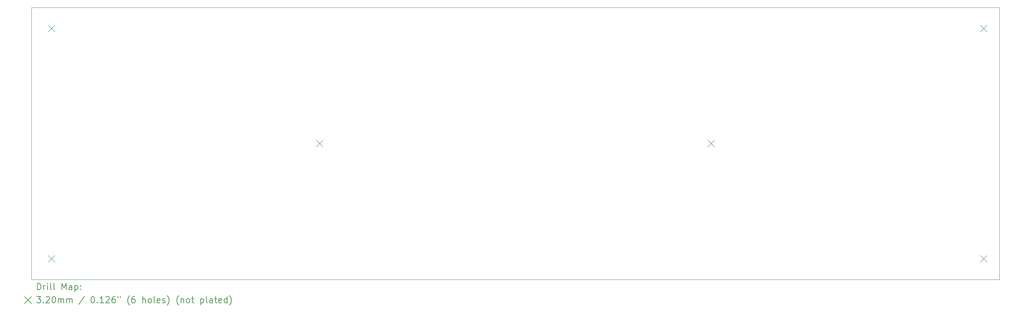
<source format=gbr>
%FSLAX45Y45*%
G04 Gerber Fmt 4.5, Leading zero omitted, Abs format (unit mm)*
G04 Created by KiCad (PCBNEW 5.0.2+dfsg1-1+deb10u1) date Sat 02 Dec 2023 09:06:39 PM EST*
%MOMM*%
%LPD*%
G01*
G04 APERTURE LIST*
%ADD10C,0.150000*%
%ADD11C,0.200000*%
%ADD12C,0.300000*%
G04 APERTURE END LIST*
D10*
X6047000Y-43500000D02*
X6047000Y-56500000D01*
X52253000Y-43500000D02*
X52253000Y-56500000D01*
D11*
X6047000Y-56500000D02*
X52253000Y-56500000D01*
D10*
X6047000Y-43500000D02*
X52253000Y-43500000D01*
D11*
X38340000Y-49840000D02*
X38660000Y-50160000D01*
X38660000Y-49840000D02*
X38340000Y-50160000D01*
X6840000Y-44340000D02*
X7160000Y-44660000D01*
X7160000Y-44340000D02*
X6840000Y-44660000D01*
X6840000Y-55340000D02*
X7160000Y-55660000D01*
X7160000Y-55340000D02*
X6840000Y-55660000D01*
X19640000Y-49840000D02*
X19960000Y-50160000D01*
X19960000Y-49840000D02*
X19640000Y-50160000D01*
X51340000Y-55340000D02*
X51660000Y-55660000D01*
X51660000Y-55340000D02*
X51340000Y-55660000D01*
X51340000Y-44340000D02*
X51660000Y-44660000D01*
X51660000Y-44340000D02*
X51340000Y-44660000D01*
D12*
X6323428Y-56975714D02*
X6323428Y-56675714D01*
X6394857Y-56675714D01*
X6437714Y-56690000D01*
X6466286Y-56718571D01*
X6480571Y-56747143D01*
X6494857Y-56804286D01*
X6494857Y-56847143D01*
X6480571Y-56904286D01*
X6466286Y-56932857D01*
X6437714Y-56961429D01*
X6394857Y-56975714D01*
X6323428Y-56975714D01*
X6623428Y-56975714D02*
X6623428Y-56775714D01*
X6623428Y-56832857D02*
X6637714Y-56804286D01*
X6652000Y-56790000D01*
X6680571Y-56775714D01*
X6709143Y-56775714D01*
X6809143Y-56975714D02*
X6809143Y-56775714D01*
X6809143Y-56675714D02*
X6794857Y-56690000D01*
X6809143Y-56704286D01*
X6823428Y-56690000D01*
X6809143Y-56675714D01*
X6809143Y-56704286D01*
X6994857Y-56975714D02*
X6966286Y-56961429D01*
X6952000Y-56932857D01*
X6952000Y-56675714D01*
X7152000Y-56975714D02*
X7123428Y-56961429D01*
X7109143Y-56932857D01*
X7109143Y-56675714D01*
X7494857Y-56975714D02*
X7494857Y-56675714D01*
X7594857Y-56890000D01*
X7694857Y-56675714D01*
X7694857Y-56975714D01*
X7966286Y-56975714D02*
X7966286Y-56818571D01*
X7952000Y-56790000D01*
X7923428Y-56775714D01*
X7866286Y-56775714D01*
X7837714Y-56790000D01*
X7966286Y-56961429D02*
X7937714Y-56975714D01*
X7866286Y-56975714D01*
X7837714Y-56961429D01*
X7823428Y-56932857D01*
X7823428Y-56904286D01*
X7837714Y-56875714D01*
X7866286Y-56861429D01*
X7937714Y-56861429D01*
X7966286Y-56847143D01*
X8109143Y-56775714D02*
X8109143Y-57075714D01*
X8109143Y-56790000D02*
X8137714Y-56775714D01*
X8194857Y-56775714D01*
X8223428Y-56790000D01*
X8237714Y-56804286D01*
X8252000Y-56832857D01*
X8252000Y-56918571D01*
X8237714Y-56947143D01*
X8223428Y-56961429D01*
X8194857Y-56975714D01*
X8137714Y-56975714D01*
X8109143Y-56961429D01*
X8380571Y-56947143D02*
X8394857Y-56961429D01*
X8380571Y-56975714D01*
X8366286Y-56961429D01*
X8380571Y-56947143D01*
X8380571Y-56975714D01*
X8380571Y-56790000D02*
X8394857Y-56804286D01*
X8380571Y-56818571D01*
X8366286Y-56804286D01*
X8380571Y-56790000D01*
X8380571Y-56818571D01*
X5717000Y-57310000D02*
X6037000Y-57630000D01*
X6037000Y-57310000D02*
X5717000Y-57630000D01*
X6294857Y-57305714D02*
X6480571Y-57305714D01*
X6380571Y-57420000D01*
X6423428Y-57420000D01*
X6452000Y-57434286D01*
X6466286Y-57448571D01*
X6480571Y-57477143D01*
X6480571Y-57548571D01*
X6466286Y-57577143D01*
X6452000Y-57591429D01*
X6423428Y-57605714D01*
X6337714Y-57605714D01*
X6309143Y-57591429D01*
X6294857Y-57577143D01*
X6609143Y-57577143D02*
X6623428Y-57591429D01*
X6609143Y-57605714D01*
X6594857Y-57591429D01*
X6609143Y-57577143D01*
X6609143Y-57605714D01*
X6737714Y-57334286D02*
X6752000Y-57320000D01*
X6780571Y-57305714D01*
X6852000Y-57305714D01*
X6880571Y-57320000D01*
X6894857Y-57334286D01*
X6909143Y-57362857D01*
X6909143Y-57391429D01*
X6894857Y-57434286D01*
X6723428Y-57605714D01*
X6909143Y-57605714D01*
X7094857Y-57305714D02*
X7123428Y-57305714D01*
X7152000Y-57320000D01*
X7166286Y-57334286D01*
X7180571Y-57362857D01*
X7194857Y-57420000D01*
X7194857Y-57491429D01*
X7180571Y-57548571D01*
X7166286Y-57577143D01*
X7152000Y-57591429D01*
X7123428Y-57605714D01*
X7094857Y-57605714D01*
X7066286Y-57591429D01*
X7052000Y-57577143D01*
X7037714Y-57548571D01*
X7023428Y-57491429D01*
X7023428Y-57420000D01*
X7037714Y-57362857D01*
X7052000Y-57334286D01*
X7066286Y-57320000D01*
X7094857Y-57305714D01*
X7323428Y-57605714D02*
X7323428Y-57405714D01*
X7323428Y-57434286D02*
X7337714Y-57420000D01*
X7366286Y-57405714D01*
X7409143Y-57405714D01*
X7437714Y-57420000D01*
X7452000Y-57448571D01*
X7452000Y-57605714D01*
X7452000Y-57448571D02*
X7466286Y-57420000D01*
X7494857Y-57405714D01*
X7537714Y-57405714D01*
X7566286Y-57420000D01*
X7580571Y-57448571D01*
X7580571Y-57605714D01*
X7723428Y-57605714D02*
X7723428Y-57405714D01*
X7723428Y-57434286D02*
X7737714Y-57420000D01*
X7766286Y-57405714D01*
X7809143Y-57405714D01*
X7837714Y-57420000D01*
X7852000Y-57448571D01*
X7852000Y-57605714D01*
X7852000Y-57448571D02*
X7866286Y-57420000D01*
X7894857Y-57405714D01*
X7937714Y-57405714D01*
X7966286Y-57420000D01*
X7980571Y-57448571D01*
X7980571Y-57605714D01*
X8566286Y-57291429D02*
X8309143Y-57677143D01*
X8952000Y-57305714D02*
X8980571Y-57305714D01*
X9009143Y-57320000D01*
X9023428Y-57334286D01*
X9037714Y-57362857D01*
X9052000Y-57420000D01*
X9052000Y-57491429D01*
X9037714Y-57548571D01*
X9023428Y-57577143D01*
X9009143Y-57591429D01*
X8980571Y-57605714D01*
X8952000Y-57605714D01*
X8923428Y-57591429D01*
X8909143Y-57577143D01*
X8894857Y-57548571D01*
X8880571Y-57491429D01*
X8880571Y-57420000D01*
X8894857Y-57362857D01*
X8909143Y-57334286D01*
X8923428Y-57320000D01*
X8952000Y-57305714D01*
X9180571Y-57577143D02*
X9194857Y-57591429D01*
X9180571Y-57605714D01*
X9166286Y-57591429D01*
X9180571Y-57577143D01*
X9180571Y-57605714D01*
X9480571Y-57605714D02*
X9309143Y-57605714D01*
X9394857Y-57605714D02*
X9394857Y-57305714D01*
X9366286Y-57348571D01*
X9337714Y-57377143D01*
X9309143Y-57391429D01*
X9594857Y-57334286D02*
X9609143Y-57320000D01*
X9637714Y-57305714D01*
X9709143Y-57305714D01*
X9737714Y-57320000D01*
X9752000Y-57334286D01*
X9766286Y-57362857D01*
X9766286Y-57391429D01*
X9752000Y-57434286D01*
X9580571Y-57605714D01*
X9766286Y-57605714D01*
X10023428Y-57305714D02*
X9966286Y-57305714D01*
X9937714Y-57320000D01*
X9923428Y-57334286D01*
X9894857Y-57377143D01*
X9880571Y-57434286D01*
X9880571Y-57548571D01*
X9894857Y-57577143D01*
X9909143Y-57591429D01*
X9937714Y-57605714D01*
X9994857Y-57605714D01*
X10023428Y-57591429D01*
X10037714Y-57577143D01*
X10052000Y-57548571D01*
X10052000Y-57477143D01*
X10037714Y-57448571D01*
X10023428Y-57434286D01*
X9994857Y-57420000D01*
X9937714Y-57420000D01*
X9909143Y-57434286D01*
X9894857Y-57448571D01*
X9880571Y-57477143D01*
X10166286Y-57305714D02*
X10166286Y-57362857D01*
X10280571Y-57305714D02*
X10280571Y-57362857D01*
X10723428Y-57720000D02*
X10709143Y-57705714D01*
X10680571Y-57662857D01*
X10666286Y-57634286D01*
X10652000Y-57591429D01*
X10637714Y-57520000D01*
X10637714Y-57462857D01*
X10652000Y-57391429D01*
X10666286Y-57348571D01*
X10680571Y-57320000D01*
X10709143Y-57277143D01*
X10723428Y-57262857D01*
X10966286Y-57305714D02*
X10909143Y-57305714D01*
X10880571Y-57320000D01*
X10866286Y-57334286D01*
X10837714Y-57377143D01*
X10823428Y-57434286D01*
X10823428Y-57548571D01*
X10837714Y-57577143D01*
X10852000Y-57591429D01*
X10880571Y-57605714D01*
X10937714Y-57605714D01*
X10966286Y-57591429D01*
X10980571Y-57577143D01*
X10994857Y-57548571D01*
X10994857Y-57477143D01*
X10980571Y-57448571D01*
X10966286Y-57434286D01*
X10937714Y-57420000D01*
X10880571Y-57420000D01*
X10852000Y-57434286D01*
X10837714Y-57448571D01*
X10823428Y-57477143D01*
X11352000Y-57605714D02*
X11352000Y-57305714D01*
X11480571Y-57605714D02*
X11480571Y-57448571D01*
X11466286Y-57420000D01*
X11437714Y-57405714D01*
X11394857Y-57405714D01*
X11366286Y-57420000D01*
X11352000Y-57434286D01*
X11666286Y-57605714D02*
X11637714Y-57591429D01*
X11623428Y-57577143D01*
X11609143Y-57548571D01*
X11609143Y-57462857D01*
X11623428Y-57434286D01*
X11637714Y-57420000D01*
X11666286Y-57405714D01*
X11709143Y-57405714D01*
X11737714Y-57420000D01*
X11752000Y-57434286D01*
X11766286Y-57462857D01*
X11766286Y-57548571D01*
X11752000Y-57577143D01*
X11737714Y-57591429D01*
X11709143Y-57605714D01*
X11666286Y-57605714D01*
X11937714Y-57605714D02*
X11909143Y-57591429D01*
X11894857Y-57562857D01*
X11894857Y-57305714D01*
X12166286Y-57591429D02*
X12137714Y-57605714D01*
X12080571Y-57605714D01*
X12052000Y-57591429D01*
X12037714Y-57562857D01*
X12037714Y-57448571D01*
X12052000Y-57420000D01*
X12080571Y-57405714D01*
X12137714Y-57405714D01*
X12166286Y-57420000D01*
X12180571Y-57448571D01*
X12180571Y-57477143D01*
X12037714Y-57505714D01*
X12294857Y-57591429D02*
X12323428Y-57605714D01*
X12380571Y-57605714D01*
X12409143Y-57591429D01*
X12423428Y-57562857D01*
X12423428Y-57548571D01*
X12409143Y-57520000D01*
X12380571Y-57505714D01*
X12337714Y-57505714D01*
X12309143Y-57491429D01*
X12294857Y-57462857D01*
X12294857Y-57448571D01*
X12309143Y-57420000D01*
X12337714Y-57405714D01*
X12380571Y-57405714D01*
X12409143Y-57420000D01*
X12523428Y-57720000D02*
X12537714Y-57705714D01*
X12566286Y-57662857D01*
X12580571Y-57634286D01*
X12594857Y-57591429D01*
X12609143Y-57520000D01*
X12609143Y-57462857D01*
X12594857Y-57391429D01*
X12580571Y-57348571D01*
X12566286Y-57320000D01*
X12537714Y-57277143D01*
X12523428Y-57262857D01*
X13066286Y-57720000D02*
X13052000Y-57705714D01*
X13023428Y-57662857D01*
X13009143Y-57634286D01*
X12994857Y-57591429D01*
X12980571Y-57520000D01*
X12980571Y-57462857D01*
X12994857Y-57391429D01*
X13009143Y-57348571D01*
X13023428Y-57320000D01*
X13052000Y-57277143D01*
X13066286Y-57262857D01*
X13180571Y-57405714D02*
X13180571Y-57605714D01*
X13180571Y-57434286D02*
X13194857Y-57420000D01*
X13223428Y-57405714D01*
X13266286Y-57405714D01*
X13294857Y-57420000D01*
X13309143Y-57448571D01*
X13309143Y-57605714D01*
X13494857Y-57605714D02*
X13466286Y-57591429D01*
X13452000Y-57577143D01*
X13437714Y-57548571D01*
X13437714Y-57462857D01*
X13452000Y-57434286D01*
X13466286Y-57420000D01*
X13494857Y-57405714D01*
X13537714Y-57405714D01*
X13566286Y-57420000D01*
X13580571Y-57434286D01*
X13594857Y-57462857D01*
X13594857Y-57548571D01*
X13580571Y-57577143D01*
X13566286Y-57591429D01*
X13537714Y-57605714D01*
X13494857Y-57605714D01*
X13680571Y-57405714D02*
X13794857Y-57405714D01*
X13723428Y-57305714D02*
X13723428Y-57562857D01*
X13737714Y-57591429D01*
X13766286Y-57605714D01*
X13794857Y-57605714D01*
X14123428Y-57405714D02*
X14123428Y-57705714D01*
X14123428Y-57420000D02*
X14152000Y-57405714D01*
X14209143Y-57405714D01*
X14237714Y-57420000D01*
X14252000Y-57434286D01*
X14266286Y-57462857D01*
X14266286Y-57548571D01*
X14252000Y-57577143D01*
X14237714Y-57591429D01*
X14209143Y-57605714D01*
X14152000Y-57605714D01*
X14123428Y-57591429D01*
X14437714Y-57605714D02*
X14409143Y-57591429D01*
X14394857Y-57562857D01*
X14394857Y-57305714D01*
X14680571Y-57605714D02*
X14680571Y-57448571D01*
X14666286Y-57420000D01*
X14637714Y-57405714D01*
X14580571Y-57405714D01*
X14552000Y-57420000D01*
X14680571Y-57591429D02*
X14652000Y-57605714D01*
X14580571Y-57605714D01*
X14552000Y-57591429D01*
X14537714Y-57562857D01*
X14537714Y-57534286D01*
X14552000Y-57505714D01*
X14580571Y-57491429D01*
X14652000Y-57491429D01*
X14680571Y-57477143D01*
X14780571Y-57405714D02*
X14894857Y-57405714D01*
X14823428Y-57305714D02*
X14823428Y-57562857D01*
X14837714Y-57591429D01*
X14866286Y-57605714D01*
X14894857Y-57605714D01*
X15109143Y-57591429D02*
X15080571Y-57605714D01*
X15023428Y-57605714D01*
X14994857Y-57591429D01*
X14980571Y-57562857D01*
X14980571Y-57448571D01*
X14994857Y-57420000D01*
X15023428Y-57405714D01*
X15080571Y-57405714D01*
X15109143Y-57420000D01*
X15123428Y-57448571D01*
X15123428Y-57477143D01*
X14980571Y-57505714D01*
X15380571Y-57605714D02*
X15380571Y-57305714D01*
X15380571Y-57591429D02*
X15352000Y-57605714D01*
X15294857Y-57605714D01*
X15266286Y-57591429D01*
X15252000Y-57577143D01*
X15237714Y-57548571D01*
X15237714Y-57462857D01*
X15252000Y-57434286D01*
X15266286Y-57420000D01*
X15294857Y-57405714D01*
X15352000Y-57405714D01*
X15380571Y-57420000D01*
X15494857Y-57720000D02*
X15509143Y-57705714D01*
X15537714Y-57662857D01*
X15552000Y-57634286D01*
X15566286Y-57591429D01*
X15580571Y-57520000D01*
X15580571Y-57462857D01*
X15566286Y-57391429D01*
X15552000Y-57348571D01*
X15537714Y-57320000D01*
X15509143Y-57277143D01*
X15494857Y-57262857D01*
M02*

</source>
